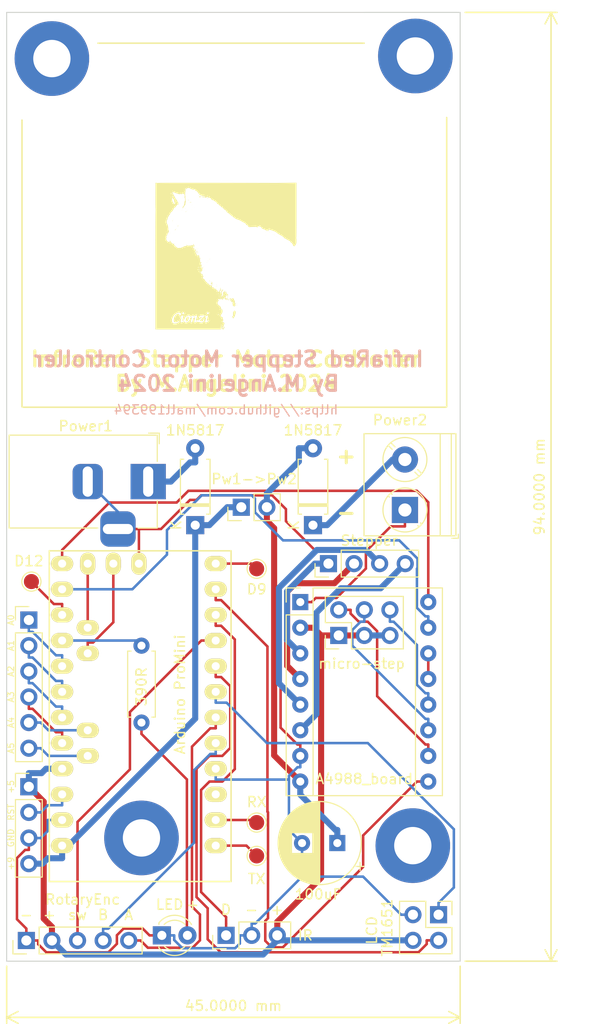
<source format=kicad_pcb>
(kicad_pcb (version 20211014) (generator pcbnew)
  (layers (0 "F.Cu" signal) (31 "B.Cu" signal) (34 "B.Paste" user) (35 "F.Paste" user) (36 "B.SilkS" user "B.Silkscreen") (37 "F.SilkS" user "F.Silkscreen") (38 "B.Mask" user) (39 "F.Mask" user) (44 "Edge.Cuts" user))
  (net 0 "")
  (net 1 "GND")
  (net 2 "+5V")
  (net 3 "Net-(A1-Pad3)")
  (net 4 "Net-(A1-Pad4)")
  (net 5 "Net-(A1-Pad5)")
  (net 6 "Net-(A1-Pad6)")
  (net 7 "+12V")
  (net 8 "ENABLE")
  (net 9 "Net-(A1-Pad10)")
  (net 10 "Net-(A1-Pad11)")
  (net 11 "Net-(A1-Pad12)")
  (net 12 "Net-(A1-Pad13)")
  (net 13 "STEP")
  (net 14 "DIR")
  (net 15 "Net-(D1-Pad1)")
  (net 16 "Net-(D2-Pad2)")
  (net 17 "Net-(D3-Pad1)")
  (net 18 "+9V")
  (net 19 "Net-(IC1-Pad1)")
  (net 20 "Net-(IC1-Pad2)")
  (net 22 "Net-(IC1-Pad5)")
  (net 23 "Net-(IC1-Pad6)")
  (net 24 "Net-(IC1-Pad7)")
  (net 25 "Net-(IC1-Pad8)")
  (net 26 "Net-(IC1-Pad9)")
  (net 27 "Net-(IC1-Pad10)")
  (net 28 "Net-(IC1-Pad12)")
  (net 29 "Net-(IC1-Pad15)")
  (net 30 "Net-(IC1-Pad16)")
  (net 31 "Net-(IC1-Pad17)")
  (net 32 "Net-(IC1-Pad18)")
  (net 33 "Net-(IC1-Pad19)")
  (net 34 "Net-(IC1-Pad20)")
  (net 35 "RST")
  (net 36 "Net-(IC1-Pad25)")
  (net 37 "Net-(IC1-Pad26)")
  (net 38 "unconnected-(IC1-Pad27)")
  (net 39 "unconnected-(IC1-Pad28)")
  (footprint "Connector_PinHeader_2.54mm:PinHeader_1x05_P2.54mm_Vertical" (layer "F.Cu") (at 91.953 107.95 90)
    (fp_text reference "J1")
    (fp_text value "RotaryEnc" (at 4.064 5.583 180) (layer "F.SilkS"))
    (pad "1" thru_hole rect (at 0 0 90) (size 1.7 1.7) (drill 1) (layers *.Cu *.Mask) (net 1 "GND"))
    (pad "2" thru_hole oval (at 0 2.54 90) (size 1.7 1.7) (drill 1) (layers *.Cu *.Mask) (net 2 "+5V"))
    (pad "3" thru_hole oval (at 0 5.08 90) (size 1.7 1.7) (drill 1) (layers *.Cu *.Mask) (net 26 "Net-(IC1-Pad9)"))
    (pad "4" thru_hole oval (at 0 7.62 90) (size 1.7 1.7) (drill 1) (layers *.Cu *.Mask) (net 22 "Net-(IC1-Pad5)"))
    (pad "5" thru_hole oval (at 0 10.16 90) (size 1.7 1.7) (drill 1) (layers *.Cu *.Mask) (net 23 "Net-(IC1-Pad6)"))
  )
  (footprint "TestPoint:TestPoint_Pad_D1.5mm" (layer "F.Cu") (at 114.808 96.266)
    (fp_text reference "TP2")
    (fp_text value "RX" (at 0 -2.032) (layer "F.SilkS"))
    (pad "1" smd circle (at 0 0) (size 1.5 1.5) (layers "F.Cu" "F.Mask") (net 20 "Net-(IC1-Pad2)"))
  )
  (footprint "MountingHole:MountingHole_3.7mm_Pad_TopBottom" (layer "F.Cu") (at 130.556 20.32)
    (fp_text reference "H3")
    (fp_text value "MountingHole")
    (pad "1" connect circle (at 0 0) (size 7.4 7.4) (layers "F.Cu" "F.Mask"))
    (pad "1" connect circle (at 0 0) (size 7.4 7.4) (layers "B.Cu" "B.Mask"))
    (pad "1" thru_hole circle (at 0 0) (size 4.1 4.1) (drill 3.7) (layers *.Cu *.Mask))
  )
  (footprint "MountingHole:MountingHole_3.7mm_Pad_TopBottom" (layer "F.Cu") (at 130.302 98.552)
    (fp_text reference "H4")
    (fp_text value "MountingHole")
    (pad "1" connect circle (at 0 0) (size 7.4 7.4) (layers "F.Cu" "F.Mask"))
    (pad "1" thru_hole circle (at 0 0) (size 4.1 4.1) (drill 3.7) (layers *.Cu *.Mask))
    (pad "1" connect circle (at 0 0) (size 7.4 7.4) (layers "B.Cu" "B.Mask"))
  )
  (footprint "MountingHole:MountingHole_3.7mm_Pad_TopBottom" (layer "F.Cu") (at 94.488 20.574)
    (fp_text reference "H2")
    (fp_text value "MountingHole")
    (pad "1" connect circle (at 0 0) (size 7.4 7.4) (layers "F.Cu" "F.Mask"))
    (pad "1" thru_hole circle (at 0 0) (size 4.1 4.1) (drill 3.7) (layers *.Cu *.Mask))
    (pad "1" connect circle (at 0 0) (size 7.4 7.4) (layers "B.Cu" "B.Mask"))
  )
  (footprint "Connector_PinHeader_2.54mm:PinHeader_1x04_P2.54mm_Vertical" (layer "F.Cu") (at 121.93 70.612 90)
    (fp_text reference "J5")
    (fp_text value "Stepper" (at 2.286 4.054 180) (layer "F.SilkS"))
    (pad "1" thru_hole rect (at 0 0 90) (size 1.7 1.7) (drill 1) (layers *.Cu *.Mask) (net 3 "Net-(A1-Pad3)"))
    (pad "2" thru_hole oval (at 0 2.54 90) (size 1.7 1.7) (drill 1) (layers *.Cu *.Mask) (net 4 "Net-(A1-Pad4)"))
    (pad "3" thru_hole oval (at 0 5.08 90) (size 1.7 1.7) (drill 1) (layers *.Cu *.Mask) (net 5 "Net-(A1-Pad5)"))
    (pad "4" thru_hole oval (at 0 7.62 90) (size 1.7 1.7) (drill 1) (layers *.Cu *.Mask) (net 6 "Net-(A1-Pad6)"))
  )
  (footprint "Diode_THT:D_A-405_P7.62mm_Horizontal" (layer "F.Cu") (at 120.396 66.802 90)
    (fp_text reference "D1")
    (fp_text value "1N5817" (at 9.398 0 180) (layer "F.SilkS"))
    (fp_text user "K" (at 0 -1.9 90) (layer "F.SilkS"))
    (pad "1" thru_hole rect (at 0 0 90) (size 1.8 1.8) (drill 0.9) (layers *.Cu *.Mask) (net 15 "Net-(D1-Pad1)"))
    (pad "2" thru_hole oval (at 7.62 0 90) (size 1.8 1.8) (drill 0.9) (layers *.Cu *.Mask) (net 7 "+12V"))
  )
  (footprint "Connector_PinHeader_2.54mm:PinHeader_1x02_P2.54mm_Vertical" (layer "F.Cu") (at 113.279 65.024 90)
    (fp_text reference "J3")
    (fp_text value "Pw1->Pw2" (at 2.794 1.275) (layer "F.SilkS"))
    (pad "1" thru_hole rect (at 0 0 90) (size 1.7 1.7) (drill 1) (layers *.Cu *.Mask) (net 18 "+9V"))
    (pad "2" thru_hole oval (at 0 2.54 90) (size 1.7 1.7) (drill 1) (layers *.Cu *.Mask) (net 7 "+12V"))
  )
  (footprint "TerminalBlock_Phoenix:TerminalBlock_Phoenix_PT-1,5-2-5.0-H_1x02_P5.00mm_Horizontal" (layer "F.Cu") (at 129.52 65.298 90)
    (fp_text reference "J2")
    (fp_text value "Power2" (at 8.91 -0.488 180) (layer "F.SilkS"))
    (pad "1" thru_hole rect (at 0 0 90) (size 2.6 2.6) (drill 1.3) (layers *.Cu *.Mask) (net 1 "GND"))
    (pad "2" thru_hole circle (at 5 0 90) (size 2.6 2.6) (drill 1.3) (layers *.Cu *.Mask) (net 15 "Net-(D1-Pad1)"))
  )
  (footprint "MountingHole:MountingHole_3.7mm_Pad_TopBottom" (layer "F.Cu") (at 103.378 97.79)
    (fp_text reference "H1")
    (fp_text value "MountingHole")
    (pad "1" connect circle (at 0 0) (size 7.4 7.4) (layers "F.Cu" "F.Mask"))
    (pad "1" thru_hole circle (at 0 0) (size 4.1 4.1) (drill 3.7) (layers *.Cu *.Mask))
    (pad "1" connect circle (at 0 0) (size 7.4 7.4) (layers "B.Cu" "B.Mask"))
  )
  (footprint "Connector_PinHeader_2.54mm:PinHeader_1x04_P2.54mm_Vertical" (layer "F.Cu") (at 92.202 92.72)
    (fp_text reference "J10")
    (fp_text value "Power_pins")
    (pad "1" thru_hole rect (at 0 0) (size 1.7 1.7) (drill 1) (layers *.Cu *.Mask) (net 2 "+5V"))
    (pad "2" thru_hole oval (at 0 2.54) (size 1.7 1.7) (drill 1) (layers *.Cu *.Mask) (net 35 "RST"))
    (pad "3" thru_hole oval (at 0 5.08) (size 1.7 1.7) (drill 1) (layers *.Cu *.Mask) (net 1 "GND"))
    (pad "4" thru_hole oval (at 0 7.62) (size 1.7 1.7) (drill 1) (layers *.Cu *.Mask) (net 18 "+9V"))
  )
  (footprint "arduino:pro_mini" (layer "F.Cu") (at 103.124 84.582 90)
    (fp_text reference "IC1")
    (fp_text value "ArduinoProMini" hide)
    (pad "1" thru_hole oval (at -13.97 7.62 90) (size 1.50114 2.19964) (drill 0.8001) (layers *.Cu *.Mask "F.SilkS") (net 19 "Net-(IC1-Pad1)"))
    (pad "2" thru_hole oval (at -11.43 7.62 90) (size 1.50114 2.19964) (drill 0.8001) (layers *.Cu *.Mask "F.SilkS") (net 20 "Net-(IC1-Pad2)"))
    (pad "3" thru_hole oval (at -8.89 7.62 90) (size 1.50114 2.19964) (drill 0.8001) (layers *.Cu *.Mask "F.SilkS"))
    (pad "4" thru_hole oval (at -6.35 7.62 90) (size 1.50114 2.19964) (drill 0.8001) (layers *.Cu *.Mask "F.SilkS") (net 1 "GND"))
    (pad "5" thru_hole oval (at -3.81 7.62 90) (size 1.50114 2.19964) (drill 0.8001) (layers *.Cu *.Mask "F.SilkS") (net 22 "Net-(IC1-Pad5)"))
    (pad "6" thru_hole oval (at -1.27 7.62 90) (size 1.50114 2.19964) (drill 0.8001) (layers *.Cu *.Mask "F.SilkS") (net 23 "Net-(IC1-Pad6)"))
    (pad "7" thru_hole oval (at 1.27 7.62 90) (size 1.50114 2.19964) (drill 0.8001) (layers *.Cu *.Mask "F.SilkS") (net 24 "Net-(IC1-Pad7)"))
    (pad "8" thru_hole oval (at 3.81 7.62 90) (size 1.50114 2.19964) (drill 0.8001) (layers *.Cu *.Mask "F.SilkS") (net 25 "Net-(IC1-Pad8)"))
    (pad "9" thru_hole oval (at 6.35 7.62 90) (size 1.50114 2.19964) (drill 0.8001) (layers *.Cu *.Mask "F.SilkS") (net 26 "Net-(IC1-Pad9)"))
    (pad "10" thru_hole oval (at 8.89 7.62 90) (size 1.50114 2.19964) (drill 0.8001) (layers *.Cu *.Mask "F.SilkS") (net 27 "Net-(IC1-Pad10)"))
    (pad "11" thru_hole oval (at 11.43 7.62 90) (size 1.50114 2.19964) (drill 0.8001) (layers *.Cu *.Mask "F.SilkS") (net 8 "ENABLE"))
    (pad "12" thru_hole oval (at 13.97 7.62 90) (size 1.50114 2.19964) (drill 0.8001) (layers *.Cu *.Mask "F.SilkS") (net 28 "Net-(IC1-Pad12)"))
    (pad "13" thru_hole oval (at 13.97 -7.62 90) (size 1.50114 2.19964) (drill 0.8001) (layers *.Cu *.Mask "F.SilkS") (net 14 "DIR"))
    (pad "14" thru_hole oval (at 11.43 -7.62 90) (size 1.50114 2.19964) (drill 0.8001) (layers *.Cu *.Mask "F.SilkS") (net 13 "STEP"))
    (pad "15" thru_hole oval (at 8.89 -7.62 90) (size 1.50114 2.19964) (drill 0.8001) (layers *.Cu *.Mask "F.SilkS") (net 29 "Net-(IC1-Pad15)"))
    (pad "16" thru_hole oval (at 6.35 -7.62 90) (size 1.50114 2.19964) (drill 0.8001) (layers *.Cu *.Mask "F.SilkS") (net 30 "Net-(IC1-Pad16)"))
    (pad "17" thru_hole oval (at 3.81 -7.62 90) (size 1.50114 2.19964) (drill 0.8001) (layers *.Cu *.Mask "F.SilkS") (net 31 "Net-(IC1-Pad17)"))
    (pad "18" thru_hole oval (at 1.27 -7.62 90) (size 1.50114 2.19964) (drill 0.8001) (layers *.Cu *.Mask "F.SilkS") (net 32 "Net-(IC1-Pad18)"))
    (pad "19" thru_hole oval (at -1.27 -7.62 90) (size 1.50114 2.19964) (drill 0.8001) (layers *.Cu *.Mask "F.SilkS") (net 33 "Net-(IC1-Pad19)"))
    (pad "20" thru_hole oval (at -3.81 -7.62 90) (size 1.50114 2.19964) (drill 0.8001) (layers *.Cu *.Mask "F.SilkS") (net 34 "Net-(IC1-Pad20)"))
    (pad "21" thru_hole oval (at -6.35 -7.62 90) (size 1.50114 2.19964) (drill 0.8001) (layers *.Cu *.Mask "F.SilkS") (net 2 "+5V"))
    (pad "22" thru_hole oval (at -8.89 -7.62 90) (size 1.50114 2.19964) (drill 0.8001) (layers *.Cu *.Mask "F.SilkS") (net 35 "RST"))
    (pad "23" thru_hole oval (at -11.43 -7.62 90) (size 1.50114 2.19964) (drill 0.8001) (layers *.Cu *.Mask "F.SilkS") (net 1 "GND"))
    (pad "24" thru_hole oval (at -13.97 -7.62 90) (size 1.50114 2.19964) (drill 0.8001) (layers *.Cu *.Mask "F.SilkS") (net 18 "+9V"))
    (pad "25" thru_hole oval (at -2.54 -5.08 90) (size 1.50114 2.19964) (drill 0.8001) (layers *.Cu *.Mask "F.SilkS") (net 36 "Net-(IC1-Pad25)"))
    (pad "26" thru_hole oval (at -5.08 -5.08 90) (size 1.50114 2.19964) (drill 0.8001) (layers *.Cu *.Mask "F.SilkS") (net 37 "Net-(IC1-Pad26)"))
    (pad "27" thru_hole oval (at 13.97 -5.08 90) (size 2.19964 1.50114) (drill 0.8001) (layers *.Cu *.Mask "F.SilkS") (net 38 "unconnected-(IC1-Pad27)"))
    (pad "27" thru_hole oval (at 7.62 -5.08 90) (size 1.50114 2.19964) (drill 0.8001) (layers *.Cu *.Mask "F.SilkS") (net 38 "unconnected-(IC1-Pad27)"))
    (pad "28" thru_hole oval (at 13.97 -2.54 90) (size 2.19964 1.50114) (drill 0.8001) (layers *.Cu *.Mask "F.SilkS") (net 39 "unconnected-(IC1-Pad28)"))
    (pad "28" thru_hole oval (at 5.08 -5.08 90) (size 1.50114 2.19964) (drill 0.8001) (layers *.Cu *.Mask "F.SilkS") (net 39 "unconnected-(IC1-Pad28)"))
    (pad "29" thru_hole oval (at 13.97 0 90) (size 2.19964 1.50114) (drill 0.8001) (layers *.Cu *.Mask "F.SilkS") (net 1 "GND"))
  )
  (footprint "Connector_PinHeader_2.54mm:PinHeader_1x03_P2.54mm_Vertical" (layer "F.Cu") (at 111.775 107.442 90)
    (fp_text reference "J4")
    (fp_text value "IR" (at 0 7.859 180) (layer "F.SilkS"))
    (pad "1" thru_hole rect (at 0 0 90) (size 1.7 1.7) (drill 1) (layers *.Cu *.Mask) (net 27 "Net-(IC1-Pad10)"))
    (pad "2" thru_hole oval (at 0 2.54 90) (size 1.7 1.7) (drill 1) (layers *.Cu *.Mask) (net 1 "GND"))
    (pad "3" thru_hole oval (at 0 5.08 90) (size 1.7 1.7) (drill 1) (layers *.Cu *.Mask) (net 2 "+5V"))
  )
  (footprint "TestPoint:TestPoint_Pad_D1.5mm" (layer "F.Cu") (at 92.456 72.39)
    (fp_text reference "TP1")
    (fp_text value "D12" (at -0.254 -2.032) (layer "F.SilkS"))
    (pad "1" smd circle (at 0 0) (size 1.5 1.5) (layers "F.Cu" "F.Mask") (net 29 "Net-(IC1-Pad15)"))
  )
  (footprint "Connector_PinHeader_2.54mm:PinHeader_2x02_P2.54mm_Vertical" (layer "F.Cu") (at 132.857 105.395 -90)
    (fp_text reference "J7")
    (fp_text value "LCD" (at 1.539 6.619 -90) (layer "F.SilkS"))
    (pad "1" thru_hole rect (at 0 0 270) (size 1.7 1.7) (drill 1) (layers *.Cu *.Mask) (net 24 "Net-(IC1-Pad7)"))
    (pad "2" thru_hole oval (at 2.54 0 270) (size 1.7 1.7) (drill 1) (layers *.Cu *.Mask) (net 25 "Net-(IC1-Pad8)"))
    (pad "3" thru_hole oval (at 0 2.54 270) (size 1.7 1.7) (drill 1) (layers *.Cu *.Mask) (net 1 "GND"))
    (pad "4" thru_hole oval (at 2.54 2.54 270) (size 1.7 1.7) (drill 1) (layers *.Cu *.Mask) (net 2 "+5V"))
  )
  (footprint "Connector_BarrelJack:BarrelJack_Horizontal" (layer "F.Cu") (at 104.044 62.484)
    (fp_text reference "J6")
    (fp_text value "Power1" (at -6.2 -5.5) (layer "F.SilkS"))
    (pad "1" thru_hole rect (at 0 0) (size 3.5 3.5) (drill oval 1 3) (layers *.Cu *.Mask) (net 17 "Net-(D3-Pad1)"))
    (pad "2" thru_hole roundrect (at -6 0) (size 3 3.5) (drill oval 1 3) (layers *.Cu *.Mask) (net 1 "GND"))
    (pad "3" thru_hole roundrect (at -3 4.7) (size 3.5 3.5) (drill oval 3 1) (layers *.Cu *.Mask) (net 1 "GND"))
  )
  (footprint "Module:Pololu_Breakout-16_15.2x20.3mm" (layer "F.Cu") (at 119.136 74.422)
    (fp_text reference "A1")
    (fp_text value "A4988_board" (at 6.34 17.526) (layer "F.SilkS"))
    (pad "1" thru_hole rect (at 0 0) (size 1.6 1.6) (drill 0.8) (layers *.Cu *.Mask) (net 1 "GND"))
    (pad "2" thru_hole oval (at 0 2.54) (size 1.6 1.6) (drill 0.8) (layers *.Cu *.Mask) (net 2 "+5V"))
    (pad "3" thru_hole oval (at 0 5.08) (size 1.6 1.6) (drill 0.8) (layers *.Cu *.Mask) (net 3 "Net-(A1-Pad3)"))
    (pad "4" thru_hole oval (at 0 7.62) (size 1.6 1.6) (drill 0.8) (layers *.Cu *.Mask) (net 4 "Net-(A1-Pad4)"))
    (pad "5" thru_hole oval (at 0 10.16) (size 1.6 1.6) (drill 0.8) (layers *.Cu *.Mask) (net 5 "Net-(A1-Pad5)"))
    (pad "6" thru_hole oval (at 0 12.7) (size 1.6 1.6) (drill 0.8) (layers *.Cu *.Mask) (net 6 "Net-(A1-Pad6)"))
    (pad "7" thru_hole oval (at 0 15.24) (size 1.6 1.6) (drill 0.8) (layers *.Cu *.Mask) (net 1 "GND"))
    (pad "8" thru_hole oval (at 0 17.78) (size 1.6 1.6) (drill 0.8) (layers *.Cu *.Mask) (net 7 "+12V"))
    (pad "9" thru_hole oval (at 12.7 17.78) (size 1.6 1.6) (drill 0.8) (layers *.Cu *.Mask) (net 8 "ENABLE"))
    (pad "10" thru_hole oval (at 12.7 15.24) (size 1.6 1.6) (drill 0.8) (layers *.Cu *.Mask) (net 9 "Net-(A1-Pad10)"))
    (pad "11" thru_hole oval (at 12.7 12.7) (size 1.6 1.6) (drill 0.8) (layers *.Cu *.Mask) (net 10 "Net-(A1-Pad11)"))
    (pad "12" thru_hole oval (at 12.7 10.16) (size 1.6 1.6) (drill 0.8) (layers *.Cu *.Mask) (net 11 "Net-(A1-Pad12)"))
    (pad "13" thru_hole oval (at 12.7 7.62) (size 1.6 1.6) (drill 0.8) (layers *.Cu *.Mask) (net 12 "Net-(A1-Pad13)"))
    (pad "14" thru_hole oval (at 12.7 5.08) (size 1.6 1.6) (drill 0.8) (layers *.Cu *.Mask) (net 12 "Net-(A1-Pad13)"))
    (pad "15" thru_hole oval (at 12.7 2.54) (size 1.6 1.6) (drill 0.8) (layers *.Cu *.Mask) (net 13 "STEP"))
    (pad "16" thru_hole oval (at 12.7 0) (size 1.6 1.6) (drill 0.8) (layers *.Cu *.Mask) (net 14 "DIR"))
  )
  (footprint "Connector_PinHeader_2.54mm:PinHeader_1x06_P2.54mm_Vertical" (layer "F.Cu") (at 92.202 76.2)
    (fp_text reference "J9")
    (fp_text value "Analog_Pins")
    (pad "1" thru_hole rect (at 0 0) (size 1.7 1.7) (drill 1) (layers *.Cu *.Mask) (net 31 "Net-(IC1-Pad17)"))
    (pad "2" thru_hole oval (at 0 2.54) (size 1.7 1.7) (drill 1) (layers *.Cu *.Mask) (net 32 "Net-(IC1-Pad18)"))
    (pad "3" thru_hole oval (at 0 5.08) (size 1.7 1.7) (drill 1) (layers *.Cu *.Mask) (net 33 "Net-(IC1-Pad19)"))
    (pad "4" thru_hole oval (at 0 7.62) (size 1.7 1.7) (drill 1) (layers *.Cu *.Mask) (net 34 "Net-(IC1-Pad20)"))
    (pad "5" thru_hole oval (at 0 10.16) (size 1.7 1.7) (drill 1) (layers *.Cu *.Mask) (net 36 "Net-(IC1-Pad25)"))
    (pad "6" thru_hole oval (at 0 12.7) (size 1.7 1.7) (drill 1) (layers *.Cu *.Mask) (net 37 "Net-(IC1-Pad26)"))
  )
  (footprint "TestPoint:TestPoint_Pad_D1.5mm" (layer "F.Cu") (at 114.808 99.568)
    (fp_text reference "TP3")
    (fp_text value "TX" (at 0 2.286) (layer "F.SilkS"))
    (pad "1" smd circle (at 0 0) (size 1.5 1.5) (layers "F.Cu" "F.Mask") (net 19 "Net-(IC1-Pad1)"))
  )
  (footprint "TestPoint:TestPoint_Pad_D1.5mm" (layer "F.Cu") (at 114.808 71.12)
    (fp_text reference "TP4")
    (fp_text value "D9" (at 0 2.032) (layer "F.SilkS"))
    (pad "1" smd circle (at 0 0) (size 1.5 1.5) (layers "F.Cu" "F.Mask") (net 28 "Net-(IC1-Pad12)"))
  )
  (footprint "Connector_PinHeader_2.54mm:PinHeader_2x03_P2.54mm_Vertical" (layer "F.Cu") (at 122.951 77.729 90)
    (fp_text reference "J8")
    (fp_text value "micro-step" (at -2.789 2.271 180) (layer "F.SilkS"))
    (pad "1" thru_hole rect (at 0 0 90) (size 1.7 1.7) (drill 1) (layers *.Cu *.Mask) (net 2 "+5V"))
    (pad "2" thru_hole oval (at 2.54 0 90) (size 1.7 1.7) (drill 1) (layers *.Cu *.Mask) (net 9 "Net-(A1-Pad10)"))
    (pad "3" thru_hole oval (at 0 2.54 90) (size 1.7 1.7) (drill 1) (layers *.Cu *.Mask) (net 2 "+5V"))
    (pad "4" thru_hole oval (at 2.54 2.54 90) (size 1.7 1.7) (drill 1) (layers *.Cu *.Mask) (net 10 "Net-(A1-Pad11)"))
    (pad "5" thru_hole oval (at 0 5.08 90) (size 1.7 1.7) (drill 1) (layers *.Cu *.Mask) (net 2 "+5V"))
    (pad "6" thru_hole oval (at 2.54 5.08 90) (size 1.7 1.7) (drill 1) (layers *.Cu *.Mask) (net 11 "Net-(A1-Pad12)"))
  )
  (footprint "Resistor_THT:R_Axial_DIN0207_L6.3mm_D2.5mm_P7.62mm_Horizontal" (layer "F.Cu") (at 103.378 78.74 -90)
    (fp_text reference "R1")
    (fp_text value "390R" (at 4.064 0 90) (layer "F.SilkS"))
    (pad "1" thru_hole circle (at 0 0 270) (size 1.6 1.6) (drill 0.8) (layers *.Cu *.Mask) (net 30 "Net-(IC1-Pad16)"))
    (pad "2" thru_hole oval (at 7.62 0 270) (size 1.6 1.6) (drill 0.8) (layers *.Cu *.Mask) (net 16 "Net-(D2-Pad2)"))
  )
  (footprint "Capacitor_THT:CP_Radial_D8.0mm_P3.50mm" (layer "F.Cu") (at 122.8107 98.298 180)
    (fp_text reference "C1")
    (fp_text value "100uF" (at 1.906651 -5.08) (layer "F.SilkS"))
    (pad "1" thru_hole rect (at 0 0 180) (size 1.6 1.6) (drill 0.8) (layers *.Cu *.Mask) (net 7 "+12V"))
    (pad "2" thru_hole circle (at 3.5 0 180) (size 1.6 1.6) (drill 0.8) (layers *.Cu *.Mask) (net 1 "GND"))
  )
  (footprint "Diode_THT:D_A-405_P7.62mm_Horizontal" (layer "F.Cu") (at 108.712 66.802 90)
    (fp_text reference "D3")
    (fp_text value "1N5817" (at 9.398 0 180) (layer "F.SilkS"))
    (fp_text user "K" (at 0 -1.9 90) (layer "F.SilkS"))
    (pad "1" thru_hole oval (at 7.62 0 90) (size 1.8 1.8) (drill 0.9) (layers *.Cu *.Mask) (net 17 "Net-(D3-Pad1)"))
    (pad "2" thru_hole rect (at 0 0 90) (size 1.8 1.8) (drill 0.9) (layers *.Cu *.Mask) (net 18 "+9V"))
  )
  (footprint "graphics:cionzi" (layer "F.Cu") (at 111.76 40.132)
    (fp_text reference " " (at 0 0) (layer "F.SilkS") (effects (font (size 1.524 1.524) (thickness 0.3))))
    (fp_text value "LOGO" hide)
  )
  (footprint "LED_THT:LED_D3.0mm" (layer "F.Cu") (at 105.4 107.442)
    (fp_text reference "D2")
    (fp_text value "LED" (at 0.772 -3.048) (layer "F.SilkS"))
    (pad "1" thru_hole rect (at 0 0) (size 1.8 1.8) (drill 0.9) (layers *.Cu *.Mask) (net 1 "GND"))
    (pad "2" thru_hole circle (at 2.54 0) (size 1.8 1.8) (drill 0.9) (layers *.Cu *.Mask) (net 16 "Net-(D2-Pad2)"))
  )
  (gr_line (start 133.662 26.416) (end 133.662 55.078) (layer "F.SilkS") (width 0.15))
  (gr_line (start 91.522 26.67) (end 91.522 55.084) (layer "F.SilkS") (width 0.15))
  (gr_line (start 99.06 19.05) (end 125.476 19.05) (layer "F.SilkS") (width 0.15))
  (gr_line (start 91.604 55.118) (end 133.604 55.118) (layer "F.SilkS") (width 0.15))
  (gr_line (start 90 16.002) (end 135 16) (layer "Edge.Cuts") (width 0.1))
  (gr_line (start 90 110) (end 135 110) (layer "Edge.Cuts") (width 0.1))
  (gr_line (start 135 110) (end 135 16) (layer "Edge.Cuts") (width 0.1))
  (gr_line (start 90 110) (end 90 16.002) (layer "Edge.Cuts") (width 0.1))
  (gr_text "https://github.com/matt199394" (at 111.76 55.372) (layer "B.SilkS") (effects (font (size 0.9 0.9) (thickness 0.13)) (justify mirror)))
  (gr_text "InfraRed Stepper Motor Controller\nBy M.Angelini 2024" (at 112.014 51.562) (layer "B.SilkS") (effects (font (size 1.5 1.5) (thickness 0.3)) (justify mirror)))
  (gr_text "A1" (at 90.424 78.74 90) (layer "F.SilkS") (effects (font (size 0.6 0.6) (thickness 0.1))))
  (gr_text "D" (at 111.76 104.902) (layer "F.SilkS") (effects (font (size 1 1))))
  (gr_text "A5" (at 90.424 88.9 90) (layer "F.SilkS") (effects (font (size 0.6 0.6) (thickness 0.1))))
  (gr_text "A3" (at 90.424 83.82 90) (layer "F.SilkS") (effects (font (size 0.6 0.6) (thickness 0.1))))
  (gr_text "TM1651" (at 127.762 106.68 90) (layer "F.SilkS") (effects (font (size 1 1))))
  (gr_text "B" (at 99.568 105.41) (layer "F.SilkS") (effects (font (size 1 1))))
  (gr_text "+" (at 123.698 59.944) (layer "F.SilkS") (effects (font (size 1.5 1.5) (thickness 0.3))))
  (gr_text "+" (at 94.234 105.41) (layer "F.SilkS") (effects (font (size 1 1))))
  (gr_text "-" (at 114.3 104.902) (layer "F.SilkS") (effects (font (size 1 1))))
  (gr_text "-" (at 91.948 105.41) (layer "F.SilkS") (effects (font (size 1 1))))
  (gr_text "InfraRed Stepper Motor Controller\nBy M.Angelini 2024" (at 111.76 51.562) (layer "F.SilkS") (effects (font (size 1.5 1.5) (thickness 0.3))))
  (gr_text "RST" (at 90.424 95.25 90) (layer "F.SilkS") (effects (font (size 0.6 0.6) (thickness 0.1))))
  (gr_text "+9" (at 90.424 100.33 90) (layer "F.SilkS") (effects (font (size 0.6 0.6) (thickness 0.1))))
  (gr_text "+" (at 116.84 104.902) (layer "F.SilkS") (effects (font (size 1 1))))
  (gr_text "-" (at 123.698 65.532) (layer "F.SilkS") (effects (font (size 1.5 1.5) (thickness 0.3))))
  (gr_text "sw" (at 97.028 105.41) (layer "F.SilkS") (effects (font (size 1 1))))
  (gr_text "+" (at 108.458 104.394) (layer "F.SilkS") (effects (font (size 1 1))))
  (gr_text "+5" (at 90.424 92.72 90) (layer "F.SilkS") (effects (font (size 0.6 0.6) (thickness 0.1))))
  (gr_text "GND" (at 90.424 97.79 90) (layer "F.SilkS") (effects (font (size 0.6 0.6) (thickness 0.1))))
  (gr_text "Arduino ProMini" (at 107.188 83.566 90) (layer "F.SilkS") (effects (font (size 1 1))))
  (gr_text "A2" (at 90.424 81.28 90) (layer "F.SilkS") (effects (font (size 0.6 0.6) (thickness 0.1))))
  (gr_text "A" (at 102.108 105.41) (layer "F.SilkS") (effects (font (size 1 1))))
  (gr_text "A4" (at 90.424 86.36 90) (layer "F.SilkS") (effects (font (size 0.6 0.6) (thickness 0.1))))
  (gr_text "A0" (at 90.424 76.2 90) (layer "F.SilkS") (effects (font (size 0.6 0.6) (thickness 0.1))))
  (dimension (type aligned) (layer "F.SilkS") (pts (xy 90 110) (xy 135 110)) (height 5.57) (gr_text "45,0000 mm" (at 112.5 114.42) (layer "F.SilkS") (effects (font (size 1 1) (thickness 0.15)))) (format (units 3) (units_format 1) (precision 4)) (style (thickness 0.15) (arrow_length 1.27) (text_position_mode 0) (extension_height 0.58642) (extension_offset 0.5) keep_text_aligned))
  (dimension (type aligned) (layer "F.SilkS") (pts (xy 135 110) (xy 135 16)) (height 9.018) (gr_text "94,0000 mm" (at 142.868 63 90) (layer "F.SilkS") (effects (font (size 1 1) (thickness 0.15)))) (format (units 3) (units_format 1) (precision 4)) (style (thickness 0.15) (arrow_length 1.27) (text_position_mode 0) (extension_height 0.58642) (extension_offset 0.5) keep_text_aligned))
  (segment (start 120.6697 74.0136) (end 122.7326 74.0136) (width 0.25) (layer "F.Cu") (net 1))
  (segment (start 92.202 97.8) (end 92.202 98.9753) (width 0.25) (layer "F.Cu") (net 1))
  (segment (start 119.136 74.422) (end 120.2613 74.422) (width 0.25) (layer "F.Cu") (net 1))
  (segment (start 116.3451 63.8486) (end 117.711 65.2145) (width 0.25) (layer "F.Cu") (net 1))
  (segment (start 117.711 65.2145) (end 117.711 66.4059) (width 0.25) (layer "F.Cu") (net 1))
  (segment (start 125.646 71.1002) (end 125.646 69.3981) (width 0.25) (layer "F.Cu") (net 1))
  (segment (start 100.9376 108.2801) (end 100.0924 109.1253) (width 0.25) (layer "F.Cu") (net 1))
  (segment (start 91.0231 105.8448) (end 91.953 106.7747) (width 0.25) (layer "F.Cu") (net 1))
  (segment (start 103.124 67.184) (end 101.044 67.184) (width 0.25) (layer "F.Cu") (net 1))
  (segment (start 128.1208 66.9233) (end 129.52 66.9233) (width 0.25) (layer "F.Cu") (net 1))
  (segment (start 120.7894 69.4842) (end 117.182 73.0916) (width 0.25) (layer "F.Cu") (net 1))
  (segment (start 120.8755 69.3981) (end 120.7894 69.4842) (width 0.25) (layer "F.Cu") (net 1))
  (segment (start 117.182 73.0916) (end 117.182 86.864) (width 0.25) (layer "F.Cu") (net 1))
  (segment (start 118.8547 88.5367) (end 119.136 88.5367) (width 0.25) (layer "F.Cu") (net 1))
  (segment (start 119.136 89.662) (end 119.136 88.5367) (width 0.25) (layer "F.Cu") (net 1))
  (segment (start 108.1974 64.2989) (end 108.8342 64.2989) (width 0.25) (layer "F.Cu") (net 1))
  (segment (start 91.953 107.95) (end 93.1283 107.95) (width 0.25) (layer "F.Cu") (net 1))
  (segment (start 105.4 107.442) (end 104.1747 107.442) (width 0.25) (layer "F.Cu") (net 1))
  (segment (start 91.8347 98.9753) (end 91.0231 99.7869) (width 0.25) (layer "F.Cu") (net 1))
  (segment (start 104.1747 107.442) (end 103.5073 106.7746) (width 0.25) (layer "F.Cu") (net 1))
  (segment (start 122.7326 74.0136) (end 125.646 71.1002) (width 0.25) (layer "F.Cu") (net 1))
  (segment (start 92.202 98.9753) (end 91.8347 98.9753) (width 0.25) (layer "F.Cu") (net 1))
  (segment (start 93.9362 109.1253) (end 93.1283 108.3174) (width 0.25) (layer "F.Cu") (net 1))
  (segment (start 125.646 69.3981) (end 128.1208 66.9233) (width 0.25) (layer "F.Cu") (net 1))
  (segment (start 117.182 86.864) (end 118.8547 88.5367) (width 0.25) (layer "F.Cu") (net 1))
  (segment (start 103.124 67.184) (end 103.124 70.612) (width 0.25) (layer "F.Cu") (net 1))
  (segment (start 100.0924 109.1253) (end 93.9362 109.1253) (width 0.25) (layer "F.Cu") (net 1))
  (segment (start 117.711 66.4059) (end 120.7894 69.4842) (width 0.25) (layer "F.Cu") (net 1))
  (segment (start 100.9376 107.4346) (end 100.9376 108.2801) (width 0.25) (layer "F.Cu") (net 1))
  (segment (start 120.2613 74.422) (end 120.6697 74.0136) (width 0.25) (layer "F.Cu") (net 1))
  (segment (start 103.5073 106.7746) (end 101.5976 106.7746) (width 0.25) (layer "F.Cu") (net 1))
  (segment (start 93.1283 108.3174) (end 93.1283 107.95) (width 0.25) (layer "F.Cu") (net 1))
  (segment (start 129.52 65.298) (end 129.52 66.9233) (width 0.25) (layer "F.Cu") (net 1))
  (segment (start 101.5976 106.7746) (end 100.9376 107.4346) (width 0.25) (layer "F.Cu") (net 1))
  (segment (start 125.646 69.3981) (end 120.8755 69.3981) (width 0.25) (layer "F.Cu") (net 1))
  (segment (start 109.2845 63.8486) (end 116.3451 63.8486) (width 0.25) (layer "F.Cu") (net 1))
  (segment (start 108.8342 64.2989) (end 109.2845 63.8486) (width 0.25) (layer "F.Cu") (net 1))
  (segment (start 91.0231 99.7869) (end 91.0231 105.8448) (width 0.25) (layer "F.Cu") (net 1))
  (segment (start 105.3123 67.184) (end 108.1974 64.2989) (width 0.25) (layer "F.Cu") (net 1))
  (segment (start 103.124 67.184) (end 105.3123 67.184) (width 0.25) (layer "F.Cu") (net 1))
  (segment (start 91.953 107.95) (end 91.953 106.7747) (width 0.25) (layer "F.Cu") (net 1))
  (segment (start 101.044 65.484) (end 101.044 67.184) (width 0.25) (layer "B.Cu") (net 1))
  (segment (start 118.0107 92.0079) (end 110.744 92.0079) (width 0.25) (layer "B.Cu") (net 1))
  (segment (start 98.044 62.484) (end 101.044 65.484) (width 0.25) (layer "B.Cu") (net 1))
  (segment (start 107.4393 108.7155) (end 112.6742 108.7155) (width 0.25) (layer "B.Cu") (net 1))
  (segment (start 119.3107 98.298) (end 118.0107 96.998) (width 0.25) (layer "B.Cu") (net 1))
  (segment (start 105.4 107.442) (end 106.6253 107.442) (width 0.25) (layer "B.Cu") (net 1))
  (segment (start 114.315 107.442) (end 114.315 106.2667) (width 0.25) (layer "B.Cu") (net 1))
  (segment (start 95.504 96.012) (end 94.0788 96.012) (width 0.25) (layer "B.Cu") (net 1))
  (segment (start 110.744 90.932) (end 110.744 92.0079) (width 0.25) (layer "B.Cu") (net 1))
  (segment (start 118.0107 92.0079) (end 118.0107 91.6312) (width 0.25) (layer "B.Cu") (net 1))
  (segment (start 114.669 106.2667) (end 114.315 106.2667) (width 0.25) (layer "B.Cu") (net 1))
  (segment (start 114.315 107.442) (end 113.1397 107.442) (width 0.25) (layer "B.Cu") (net 1))
  (segment (start 119.136 89.662) (end 119.136 90.7873) (width 0.25) (layer "B.Cu") (net 1))
  (segment (start 118.0107 91.6312) (end 118.8546 90.7873) (width 0.25) (layer "B.Cu") (net 1))
  (segment (start 113.1397 108.25) (end 113.1397 107.442) (width 0.25) (layer "B.Cu") (net 1))
  (segment (start 112.6742 108.7155) (end 113.1397 108.25) (width 0.25) (layer "B.Cu") (net 1))
  (segment (start 130.317 105.395) (end 129.1417 105.395) (width 0.25) (layer "B.Cu") (net 1))
  (segment (start 106.6253 107.442) (end 106.6253 107.9015) (width 0.25) (layer "B.Cu") (net 1))
  (segment (start 119.3107 98.298) (end 119.3107 101.625) (width 0.25) (layer "B.Cu") (net 1))
  (segment (start 92.202 97.8) (end 93.3773 97.8) (width 0.25) (layer "B.Cu") (net 1))
  (segment (start 125.3717 101.625) (end 119.3107 101.625) (width 0.25) (layer "B.Cu") (net 1))
  (segment (start 118.0107 96.998) (end 118.0107 92.0079) (width 0.25) (layer "B.Cu") (net 1))
  (segment (start 119.3107 101.625) (end 114.669 106.2667) (width 0.25) (layer "B.Cu") (net 1))
  (segment (start 129.1417 105.395) (end 125.3717 101.625) (width 0.25) (layer "B.Cu") (net 1))
  (segment (start 118.8546 90.7873) (end 119.136 90.7873) (width 0.25) (layer "B.Cu") (net 1))
  (segment (start 106.6253 107.9015) (end 107.4393 108.7155) (width 0.25) (layer "B.Cu") (net 1))
  (segment (start 93.3773 97.8) (end 94.0788 97.0985) (width 0.25) (layer "B.Cu") (net 1))
  (segment (start 94.0788 97.0985) (end 94.0788 96.012) (width 0.25) (layer "B.Cu") (net 1))
  (segment (start 92.202 92.72) (end 93.6765 94.1945) (width 0.6) (layer "F.Cu") (net 2))
  (segment (start 93.6765 105.7832) (end 94.493 106.5997) (width 0.6) (layer "F.Cu") (net 2))
  (segment (start 122.951 77.729) (end 121.2033 77.729) (width 0.6) (layer "F.Cu") (net 2))
  (segment (start 119.136 76.962) (end 120.4363 76.962) (width 0.6) (layer "F.Cu") (net 2))
  (segment (start 116.855 106.0917) (end 121.2033 101.7434) (width 0.6) (layer "F.Cu") (net 2))
  (segment (start 116.855 107.442) (end 116.855 106.0917) (width 0.6) (layer "F.Cu") (net 2))
  (segment (start 121.2033 101.7434) (end 121.2033 77.729) (width 0.6) (layer "F.Cu") (net 2))
  (segment (start 93.6765 94.1945) (end 93.6765 105.7832) (width 0.6) (layer "F.Cu") (net 2))
  (segment (start 121.2033 77.729) (end 120.4363 76.962) (width 0.6) (layer "F.Cu") (net 2))
  (segment (start 125.491 77.729) (end 122.951 77.729) (width 0.6) (layer "F.Cu") (net 2))
  (segment (start 94.493 107.95) (end 94.493 106.5997) (width 0.6) (layer "F.Cu") (net 2))
  (segment (start 116.855 107.442) (end 116.855 107.935) (width 0.6) (layer "B.Cu") (net 2))
  (segment (start 128.031 77.729) (end 125.491 77.729) (width 0.6) (layer "B.Cu") (net 2))
  (segment (start 95.8839 109.3409) (end 94.493 107.95) (width 0.6) (layer "B.Cu") (net 2))
  (segment (start 130.317 107.935) (end 128.9667 107.935) (width 0.6) (layer "B.Cu") (net 2))
  (segment (start 116.855 107.935) (end 115.4491 109.3409) (width 0.6) (layer "B.Cu") (net 2))
  (segment (start 92.202 92.72) (end 92.202 91.3697) (width 0.6) (layer "B.Cu") (net 2))
  (segment (start 115.4491 109.3409) (end 95.8839 109.3409) (width 0.6) (layer "B.Cu") (net 2))
  (segment (start 116.855 107.935) (end 128.9667 107.935) (width 0.6) (layer "B.Cu") (net 2))
  (segment (start 93.9038 90.932) (end 93.4661 91.3697) (width 0.6) (layer "B.Cu") (net 2))
  (segment (start 93.4661 91.3697) (end 92.202 91.3697) (width 0.6) (layer "B.Cu") (net 2))
  (segment (start 95.504 90.932) (end 93.9038 90.932) (width 0.6) (layer "B.Cu") (net 2))
  (segment (start 121.93 70.612) (end 120.5797 70.612) (width 0.6) (layer "B.Cu") (net 3))
  (segment (start 117.8204 73.3713) (end 120.5797 70.612) (width 0.6) (layer "B.Cu") (net 3))
  (segment (start 117.8204 78.1864) (end 117.8204 73.3713) (width 0.6) (layer "B.Cu") (net 3))
  (segment (start 119.136 79.502) (end 117.8204 78.1864) (width 0.6) (layer "B.Cu") (net 3))
  (segment (start 118.6756 72.5555) (end 122.5265 72.5555) (width 0.6) (layer "F.Cu") (net 4))
  (segment (start 119.136 82.042) (end 117.8356 80.7416) (width 0.6) (layer "F.Cu") (net 4))
  (segment (start 117.8356 73.3955) (end 118.6756 72.5555) (width 0.6) (layer "F.Cu") (net 4))
  (segment (start 117.8356 80.7416) (end 117.8356 73.3955) (width 0.6) (layer "F.Cu") (net 4))
  (segment (start 122.5265 72.5555) (end 124.47 70.612) (width 0.6) (layer "F.Cu") (net 4))
  (segment (start 127.01 70.612) (end 125.6546 69.2566) (width 0.6) (layer "B.Cu") (net 5))
  (segment (start 120.7809 69.2566) (end 117.02 73.0175) (width 0.6) (layer "B.Cu") (net 5))
  (segment (start 117.02 73.0175) (end 117.02 82.466) (width 0.6) (layer "B.Cu") (net 5))
  (segment (start 125.6546 69.2566) (end 120.7809 69.2566) (width 0.6) (layer "B.Cu") (net 5))
  (segment (start 117.02 82.466) (end 119.136 84.582) (width 0.6) (layer "B.Cu") (net 5))
  (segment (start 129.55 70.612) (end 127.1105 73.0515) (width 0.6) (layer "B.Cu") (net 6))
  (segment (start 127.1105 73.0515) (end 123.1566 73.0515) (width 0.6) (layer "B.Cu") (net 6))
  (segment (start 123.1566 73.0515) (end 120.7355 75.4726) (width 0.6) (layer "B.Cu") (net 6))
  (segment (start 120.7355 85.5225) (end 119.136 87.122) (width 0.6) (layer "B.Cu") (net 6))
  (segment (start 120.7355 75.4726) (end 120.7355 85.5225) (width 0.6) (layer "B.Cu") (net 6))
  (segment (start 119.136 92.202) (end 116.5406 89.6066) (width 0.6) (layer "F.Cu") (net 7))
  (segment (start 115.819 65.024) (end 115.819 66.3743) (width 0.6) (layer "F.Cu") (net 7))
  (segment (start 116.5406 89.6066) (end 116.5406 67.0959) (width 0.6) (layer "F.Cu") (net 7))
  (segment (start 116.5406 67.0959) (end 115.819 66.3743) (width 0.6) (layer "F.Cu") (net 7))
  (segment (start 122.8107 96.9977) (end 122.6314 96.9977) (width 0.6) (layer "B.Cu") (net 7))
  (segment (start 120.396 59.182) (end 118.9957 59.182) (width 0.6) (layer "B.Cu") (net 7))
  (segment (start 122.8107 98.298) (end 122.8107 96.9977) (width 0.6) (layer "B.Cu") (net 7))
  (segment (start 118.9957 60.497) (end 118.9957 59.182) (width 0.6) (layer "B.Cu") (net 7))
  (segment (start 119.136 92.202) (end 119.136 93.5023) (width 0.6) (layer "B.Cu") (net 7))
  (segment (start 115.819 65.024) (end 115.819 63.6737) (width 0.6) (layer "B.Cu") (net 7))
  (segment (start 115.819 63.6737) (end 118.9957 60.497) (width 0.6) (layer "B.Cu") (net 7))
  (segment (start 122.6314 96.9977) (end 119.136 93.5023) (width 0.6) (layer "B.Cu") (net 7))
  (segment (start 115.8772 78.8232) (end 111.2819 74.2279) (width 0.25) (layer "F.Cu") (net 8))
  (segment (start 111.2819 74.2279) (end 110.744 74.2279) (width 0.25) (layer "F.Cu") (net 8))
  (segment (start 115.661 107.9794) (end 115.661 106.0151) (width 0.25) (layer "F.Cu") (net 8))
  (segment (start 115.9336 95.247) (end 115.8772 95.1906) (width 0.25) (layer "F.Cu") (net 8))
  (segment (start 115.9336 105.7425) (end 115.9336 95.247) (width 0.25) (layer "F.Cu") (net 8))
  (segment (start 125.3738 100.6584) (end 117.4013 108.6309) (width 0.25) (layer "F.Cu") (net 8))
  (segment (start 116.3125 108.6309) (end 115.661 107.9794) (width 0.25) (layer "F.Cu") (net 8))
  (segment (start 130.7107 92.202) (end 125.3738 97.5389) (width 0.25) (layer "F.Cu") (net 8))
  (segment (start 131.836 92.202) (end 130.7107 92.202) (width 0.25) (layer "F.Cu") (net 8))
  (segment (start 110.744 73.152) (end 110.744 74.2279) (width 0.25) (layer "F.Cu") (net 8))
  (segment (start 117.4013 108.6309) (end 116.3125 108.6309) (width 0.25) (layer "F.Cu") (net 8))
  (segment (start 115.8772 95.1906) (end 115.8772 78.8232) (width 0.25) (layer "F.Cu") (net 8))
  (segment (start 115.661 106.0151) (end 115.9336 105.7425) (width 0.25) (layer "F.Cu") (net 8))
  (segment (start 125.3738 97.5389) (end 125.3738 100.6584) (width 0.25) (layer "F.Cu") (net 8))
  (segment (start 125.8273 76.3643) (end 126.761 77.298) (width 0.25) (layer "F.Cu") (net 9))
  (segment (start 126.761 83.743) (end 131.5547 88.5367) (width 0.25) (layer "F.Cu") (net 9))
  (segment (start 124.9342 76.3643) (end 125.8273 76.3643) (width 0.25) (layer "F.Cu") (net 9))
  (segment (start 131.836 89.662) (end 131.836 88.5367) (width 0.25) (layer "F.Cu") (net 9))
  (segment (start 124.1263 75.5564) (end 124.9342 76.3643) (width 0.25) (layer "F.Cu") (net 9))
  (segment (start 124.1263 75.189) (end 124.1263 75.5564) (width 0.25) (layer "F.Cu") (net 9))
  (segment (start 122.951 75.189) (end 124.1263 75.189) (width 0.25) (layer "F.Cu") (net 9))
  (segment (start 131.5547 88.5367) (end 131.836 88.5367) (width 0.25) (layer "F.Cu") (net 9))
  (segment (start 126.761 77.298) (end 126.761 83.743) (width 0.25) (layer "F.Cu") (net 9))
  (segment (start 125.1237 76.3643) (end 124.297 77.191) (width 0.25) (layer "B.Cu") (net 10))
  (segment (start 131.836 87.122) (end 131.836 85.9967) (width 0.25) (layer "B.Cu") (net 10))
  (segment (start 124.297 78.739) (end 131.5547 85.9967) (width 0.25) (layer "B.Cu") (net 10))
  (segment (start 125.491 75.189) (end 125.491 76.3643) (width 0.25) (layer "B.Cu") (net 10))
  (segment (start 131.5547 85.9967) (end 131.836 85.9967) (width 0.25) (layer "B.Cu") (net 10))
  (segment (start 125.491 76.3643) (end 125.1237 76.3643) (width 0.25) (layer "B.Cu") (net 10))
  (segment (start 124.297 77.191) (end 124.297 78.739) (width 0.25) (layer "B.Cu") (net 10))
  (segment (start 130.7107 82.6128) (end 131.5546 83.4567) (width 0.25) (layer "B.Cu") (net 11))
  (segment (start 128.031 76.3643) (end 128.3984 76.3643) (width 0.25) (layer "B.Cu") (net 11))
  (segment (start 128.3984 76.3643) (end 130.7107 78.6766) (width 0.25) (layer "B.Cu") (net 11))
  (segment (start 128.031 75.189) (end 128.031 76.3643) (width 0.25) (layer "B.Cu") (net 11))
  (segment (start 131.5546 83.4567) (end 131.836 83.4567) (width 0.25) (layer "B.Cu") (net 11))
  (segment (start 131.836 84.582) (end 131.836 83.4567) (width 0.25) (layer "B.Cu") (net 11))
  (segment (start 130.7107 78.6766) (end 130.7107 82.6128) (width 0.25) (layer "B.Cu") (net 11))
  (segment (start 131.836 79.502) (end 131.836 82.042) (width 0.25) (layer "F.Cu") (net 12))
  (segment (start 131.5547 75.8367) (end 131.836 75.8367) (width 0.25) (layer "B.Cu") (net 13))
  (segment (start 114.6393 65.5236) (end 117.4224 68.3067) (width 0.25) (layer "B.Cu") (net 13))
  (segment (start 130.7106 71.1187) (end 130.7106 74.9926) (width 0.25) (layer "B.Cu") (net 13))
  (segment (start 105.9077 69.7157) (end 105.9077 67.2916) (width 0.25) (layer "B.Cu") (net 13))
  (segment (start 117.4224 68.3067) (end 128.9563 68.3067) (width 0.25) (layer "B.Cu") (net 13))
  (segment (start 130.7732 70.1236) (end 130.7732 71.0561) (width 0.25) (layer "B.Cu") (net 13))
  (segment (start 128.9563 68.3067) (end 130.7732 70.1236) (width 0.25) (layer "B.Cu") (net 13))
  (segment (start 95.504 73.152) (end 102.4714 73.152) (width 0.25) (layer "B.Cu") (net 13))
  (segment (start 130.7106 74.9926) (end 131.5547 75.8367) (width 0.25) (layer "B.Cu") (net 13))
  (segment (start 130.7732 71.0561) (end 130.7106 71.1187) (width 0.25) (layer "B.Cu") (net 13))
  (segment (start 102.4714 73.152) (end 105.9077 69.7157) (width 0.25) (layer "B.Cu") (net 13))
  (segment (start 114.3075 63.8395) (end 114.6393 64.1713) (width 0.25) (layer "B.Cu") (net 13))
  (segment (start 114.6393 64.1713) (end 114.6393 65.5236) (width 0.25) (layer "B.Cu") (net 13))
  (segment (start 105.9077 67.2916) (end 109.3598 63.8395) (width 0.25) (layer "B.Cu") (net 13))
  (segment (start 109.3598 63.8395) (end 114.3075 63.8395) (width 0.25) (layer "B.Cu") (net 13))
  (segment (start 131.836 76.962) (end 131.836 75.8367) (width 0.25) (layer "B.Cu") (net 13))
  (segment (start 131.836 74.422) (end 131.836 64.5316) (width 0.25) (layer "F.Cu") (net 14))
  (segment (start 130.7026 63.3982) (end 108.0302 63.3982) (width 0.25) (layer "F.Cu") (net 14))
  (segment (start 106.8691 64.5593) (end 100.2021 64.5593) (width 0.25) (layer "F.Cu") (net 14))
  (segment (start 100.2021 64.5593) (end 95.504 69.2574) (width 0.25) (layer "F.Cu") (net 14))
  (segment (start 108.0302 63.3982) (end 106.8691 64.5593) (width 0.25) (layer "F.Cu") (net 14))
  (segment (start 95.504 69.2574) (end 95.504 70.612) (width 0.25) (layer "F.Cu") (net 14))
  (segment (start 131.836 64.5316) (end 130.7026 63.3982) (width 0.25) (layer "F.Cu") (net 14))
  (segment (start 129.52 60.298) (end 128.3003 60.298) (width 0.6) (layer "B.Cu") (net 15))
  (segment (start 128.3003 60.298) (end 121.7963 66.802) (width 0.6) (layer "B.Cu") (net 15))
  (segment (start 120.396 66.802) (end 121.7963 66.802) (width 0.6) (layer "B.Cu") (net 15))
  (segment (start 107.8853 107.3873) (end 107.94 107.442) (width 0.25) (layer "F.Cu") (net 16))
  (segment (start 107.8853 91.9926) (end 107.8853 107.3873) (width 0.25) (layer "F.Cu") (net 16))
  (segment (start 103.378 86.36) (end 103.378 87.4853) (width 0.25) (layer "F.Cu") (net 16))
  (segment (start 103.378 87.4853) (end 107.8853 91.9926) (width 0.25) (layer "F.Cu") (net 16))
  (segment (start 108.712 59.182) (end 108.712 60.5823) (width 0.6) (layer "B.Cu") (net 17))
  (segment (start 108.196 60.5823) (end 108.712 60.5823) (width 0.6) (layer "B.Cu") (net 17))
  (segment (start 106.2943 62.484) (end 108.196 60.5823) (width 0.6) (layer "B.Cu") (net 17))
  (segment (start 104.044 62.484) (end 106.2943 62.484) (width 0.6) (layer "B.Cu") (net 17))
  (segment (start 108.712 85.9694) (end 108.712 66.802) (width 0.6) (layer "B.Cu") (net 18))
  (segment (start 92.202 100.34) (end 93.5523 100.34) (width 0.6) (layer "B.Cu") (net 18))
  (segment (start 111.8903 65.024) (end 110.1123 66.802) (width 0.6) (layer "B.Cu") (net 18))
  (segment (start 108.712 66.802) (end 110.1123 66.802) (width 0.6) (layer "B.Cu") (net 18))
  (segment (start 95.504 99.1774) (end 108.712 85.9694) (width 0.6) (layer "B.Cu") (net 18))
  (segment (start 95.504 98.552) (end 95.504 99.1774) (width 0.6) (layer "B.Cu") (net 18))
  (segment (start 113.279 65.024) (end 111.8903 65.024) (width 0.6) (layer "B.Cu") (net 18))
  (segment (start 94.0894 99.8029) (end 93.5523 100.34) (width 0.6) (layer "B.Cu") (net 18))
  (segment (start 95.504 99.8029) (end 94.0894 99.8029) (width 0.6) (layer "B.Cu") (net 18))
  (segment (start 95.504 99.1774) (end 95.504 99.8029) (width 0.6) (layer "B.Cu") (net 18))
  (segment (start 110.744 98.552) (end 113.792 98.552) (width 0.25) (layer "F.Cu") (net 19))
  (segment (start 113.792 98.552) (end 114.808 99.568) (width 0.25) (layer "F.Cu") (net 19))
  (segment (start 110.744 96.012) (end 114.554 96.012) (width 0.25) (layer "F.Cu") (net 20))
  (segment (start 114.554 96.012) (end 114.808 96.266) (width 0.25) (layer "F.Cu") (net 20))
  (segment (start 110.206 89.4679) (end 108.5909 91.083) (width 0.25) (layer "B.Cu") (net 22))
  (segment (start 100.0872 106.7747) (end 99.573 106.7747) (width 0.25) (layer "B.Cu") (net 22))
  (segment (start 108.5909 91.083) (end 108.5909 98.271) (width 0.25) (layer "B.Cu") (net 22))
  (segment (start 110.744 88.392) (end 110.744 89.4679) (width 0.25) (layer "B.Cu") (net 22))
  (segment (start 99.573 107.95) (end 99.573 106.7747) (width 0.25) (layer "B.Cu") (net 22))
  (segment (start 110.744 89.4679) (end 110.206 89.4679) (width 0.25) (layer "B.Cu") (net 22))
  (segment (start 108.5909 98.271) (end 100.0872 106.7747) (width 0.25) (layer "B.Cu") (net 22))
  (segment (start 110.206 86.9279) (end 108.3884 88.7455) (width 0.25) (layer "F.Cu") (net 23))
  (segment (start 109.1797 105.3761) (end 109.1797 107.9353) (width 0.25) (layer "F.Cu") (net 23))
  (segment (start 102.113 107.95) (end 103.2883 107.95) (width 0.25) (layer "F.Cu") (net 23))
  (segment (start 104.0056 108.6673) (end 103.2883 107.95) (width 0.25) (layer "F.Cu") (net 23))
  (segment (start 109.1797 107.9353) (end 108.4477 108.6673) (width 0.25) (layer "F.Cu") (net 23))
  (segment (start 108.4477 108.6673) (end 104.0056 108.6673) (width 0.25) (layer "F.Cu") (net 23))
  (segment (start 110.744 86.9279) (end 110.206 86.9279) (width 0.25) (layer "F.Cu") (net 23))
  (segment (start 108.3884 88.7455) (end 108.3884 104.5848) (width 0.25) (layer "F.Cu") (net 23))
  (segment (start 108.3884 104.5848) (end 109.1797 105.3761) (width 0.25) (layer "F.Cu") (net 23))
  (segment (start 110.744 85.852) (end 110.744 86.9279) (width 0.25) (layer "F.Cu") (net 23))
  (segment (start 132.857 104.2197) (end 134.3743 102.7024) (width 0.25) (layer "B.Cu") (net 24))
  (segment (start 134.3743 102.7024) (end 134.3743 96.9265) (width 0.25) (layer "B.Cu") (net 24))
  (segment (start 111.8199 84.3879) (end 110.744 84.3879) (width 0.25) (layer "B.Cu") (net 24))
  (segment (start 132.857 105.395) (end 132.857 104.2197) (width 0.25) (layer "B.Cu") (net 24))
  (segment (start 115.824 88.392) (end 111.8199 84.3879) (width 0.25) (layer "B.Cu") (net 24))
  (segment (start 110.744 83.312) (end 110.744 84.3879) (width 0.25) (layer "B.Cu") (net 24))
  (segment (start 134.3743 96.9265) (end 125.8398 88.392) (width 0.25) (layer "B.Cu") (net 24))
  (segment (start 125.8398 88.392) (end 115.824 88.392) (width 0.25) (layer "B.Cu") (net 24))
  (segment (start 131.6817 108.3023) (end 130.8695 109.1145) (width 0.25) (layer "F.Cu") (net 25))
  (segment (start 111.2319 109.1145) (end 109.9464 107.829) (width 0.25) (layer "F.Cu") (net 25))
  (segment (start 108.8424 90.9422) (end 110.1226 89.662) (width 0.25) (layer "F.Cu") (net 25))
  (segment (start 110.1226 89.662) (end 111.4018 89.662) (width 0.25) (layer "F.Cu") (net 25))
  (segment (start 131.6817 107.935) (end 131.6817 108.3023) (width 0.25) (layer "F.Cu") (net 25))
  (segment (start 109.9464 107.829) (end 109.9464 104.7564) (width 0.25) (layer "F.Cu") (net 25))
  (segment (start 112.1877 88.8761) (end 112.1877 82.7537) (width 0.25) (layer "F.Cu") (net 25))
  (segment (start 132.857 107.935) (end 131.6817 107.935) (width 0.25) (layer "F.Cu") (net 25))
  (segment (start 130.8695 109.1145) (end 111.2319 109.1145) (width 0.25) (layer "F.Cu") (net 25))
  (segment (start 112.1877 82.7537) (end 111.2819 81.8479) (width 0.25) (layer "F.Cu") (net 25))
  (segment (start 111.2819 81.8479) (end 110.744 81.8479) (width 0.25) (layer "F.Cu") (net 25))
  (segment (start 110.744 80.772) (end 110.744 81.8479) (width 0.25) (layer "F.Cu") (net 25))
  (segment (start 108.8424 103.6524) (end 108.8424 90.9422) (width 0.25) (layer "F.Cu") (net 25))
  (segment (start 109.9464 104.7564) (end 108.8424 103.6524) (width 0.25) (layer "F.Cu") (net 25))
  (segment (start 111.4018 89.662) (end 112.1877 88.8761) (width 0.25) (layer "F.Cu") (net 25))
  (segment (start 97.033 96.1982) (end 102.2322 90.999) (width 0.25) (layer "F.Cu") (net 26))
  (segment (start 102.2322 85.3186) (end 109.3188 78.232) (width 0.25) (layer "F.Cu") (net 26))
  (segment (start 97.033 107.95) (end 97.033 96.1982) (width 0.25) (layer "F.Cu") (net 26))
  (segment (start 110.744 78.232) (end 109.3188 78.232) (width 0.25) (layer "F.Cu") (net 26))
  (segment (start 102.2322 90.999) (end 102.2322 85.3186) (width 0.25) (layer "F.Cu") (net 26))
  (segment (start 111.4035 92.202) (end 112.6381 90.9674) (width 0.25) (layer "F.Cu") (net 27))
  (segment (start 109.2928 93.0363) (end 110.1271 92.202) (width 0.25) (layer "F.Cu") (net 27))
  (segment (start 111.775 105.6298) (end 109.2928 103.1476) (width 0.25) (layer "F.Cu") (net 27))
  (segment (start 112.6381 78.124) (end 111.282 76.7679) (width 0.25) (layer "F.Cu") (net 27))
  (segment (start 110.744 75.692) (end 110.744 76.7679) (width 0.25) (layer "F.Cu") (net 27))
  (segment (start 111.775 106.2667) (end 111.775 105.6298) (width 0.25) (layer "F.Cu") (net 27))
  (segment (start 109.2928 103.1476) (end 109.2928 93.0363) (width 0.25) (layer "F.Cu") (net 27))
  (segment (start 111.282 76.7679) (end 110.744 76.7679) (width 0.25) (layer "F.Cu") (net 27))
  (segment (start 111.775 107.442) (end 111.775 106.2667) (width 0.25) (layer "F.Cu") (net 27))
  (segment (start 112.6381 90.9674) (end 112.6381 78.124) (width 0.25) (layer "F.Cu") (net 27))
  (segment (start 110.1271 92.202) (end 111.4035 92.202) (width 0.25) (layer "F.Cu") (net 27))
  (segment (start 114.3 70.612) (end 114.808 71.12) (width 0.25) (layer "F.Cu") (net 28))
  (segment (start 110.744 70.612) (end 114.3 70.612) (width 0.25) (layer "F.Cu") (net 28))
  (segment (start 95.504 75.692) (end 95.504 74.6161) (width 0.25) (layer "F.Cu") (net 29))
  (segment (start 94.6821 74.6161) (end 92.456 72.39) (width 0.25) (layer "F.Cu") (net 29))
  (segment (start 95.504 74.6161) (end 94.6821 74.6161) (width 0.25) (layer "F.Cu") (net 29))
  (segment (start 102.87 78.232) (end 95.504 78.232) (width 0.25) (layer "B.Cu") (net 30))
  (segment (start 103.378 78.74) (end 102.87 78.232) (width 0.25) (layer "B.Cu") (net 30))
  (segment (start 92.202 77.3753) (end 92.5694 77.3753) (width 0.25) (layer "B.Cu") (net 31))
  (segment (start 94.8902 79.6961) (end 95.504 79.6961) (width 0.25) (layer "B.Cu") (net 31))
  (segment (start 92.202 76.2) (end 92.202 77.3753) (width 0.25) (layer "B.Cu") (net 31))
  (segment (start 92.5694 77.3753) (end 94.8902 79.6961) (width 0.25) (layer "B.Cu") (net 31))
  (segment (start 95.504 80.772) (end 95.504 79.6961) (width 0.25) (layer "B.Cu") (net 31))
  (segment (start 95.504 83.312) (end 95.504 82.2361) (width 0.25) (layer "B.Cu") (net 32))
  (segment (start 92.202 78.74) (end 92.202 79.9153) (width 0.25) (layer "B.Cu") (net 32))
  (segment (start 92.202 79.9153) (end 92.5694 79.9153) (width 0.25) (layer "B.Cu") (net 32))
  (segment (start 92.5694 79.9153) (end 94.8902 82.2361) (width 0.25) (layer "B.Cu") (net 32))
  (segment (start 94.8902 82.2361) (end 95.504 82.2361) (width 0.25) (layer "B.Cu") (net 32))
  (segment (start 92.202 81.28) (end 92.202 82.4553) (width 0.25) (layer "B.Cu") (net 33))
  (segment (start 94.8902 84.7761) (end 95.504 84.7761) (width 0.25) (layer "B.Cu") (net 33))
  (segment (start 92.5694 82.4553) (end 94.8902 84.7761) (width 0.25) (layer "B.Cu") (net 33))
  (segment (start 95.504 85.852) (end 95.504 84.7761) (width 0.25) (layer "B.Cu") (net 33))
  (segment (start 92.202 82.4553) (end 92.5694 82.4553) (width 0.25) (layer "B.Cu") (net 33))
  (segment (start 92.5694 84.9953) (end 94.8902 87.3161) (width 0.25) (layer "F.Cu") (net 34))
  (segment (start 92.202 84.9953) (end 92.5694 84.9953) (width 0.25) (layer "F.Cu") (net 34))
  (segment (start 94.8902 87.3161) (end 95.504 87.3161) (width 0.25) (layer "F.Cu") (net 34))
  (segment (start 95.504 88.392) (end 95.504 87.3161) (width 0.25) (layer "F.Cu") (net 34))
  (segment (start 92.202 83.82) (end 92.202 84.9953) (width 0.25) (layer "F.Cu") (net 34))
  (segment (start 95.504 93.472) (end 95.504 94.5479) (width 0.25) (layer "B.Cu") (net 35))
  (segment (start 92.202 95.26) (end 93.3773 95.26) (width 0.25) (layer "B.Cu") (net 35))
  (segment (start 94.0894 94.5479) (end 93.3773 95.26) (width 0.25) (layer "B.Cu") (net 35))
  (segment (start 95.504 94.5479) (end 94.0894 94.5479) (width 0.25) (layer "B.Cu") (net 35))
  (segment (start 94.1393 87.122) (end 98.044 87.122) (width 0.25) (layer "B.Cu") (net 36))
  (segment (start 92.202 86.36) (end 93.3773 86.36) (width 0.25) (layer "B.Cu") (net 36))
  (segment (start 93.3773 86.36) (end 94.1393 87.122) (width 0.25) (layer "B.Cu") (net 36))
  (segment (start 94.1393 89.662) (end 98.044 89.662) (width 0.25) (layer "B.Cu") (net 37))
  (segment (start 92.202 88.9) (end 93.3773 88.9) (width 0.25) (layer "B.Cu") (net 37))
  (segment (start 93.3773 88.9) (end 94.1393 89.662) (width 0.25) (layer "B.Cu") (net 37))
  (segment (start 98.044 76.962) (end 98.044 70.612) (width 0.25) (layer "F.Cu") (net 38))
  (segment (start 98.044 79.502) (end 98.044 78.4261) (width 0.25) (layer "F.Cu") (net 39))
  (segment (start 98.044 78.4261) (end 98.5819 78.4261) (width 0.25) (layer "F.Cu") (net 39))
  (segment (start 98.5819 78.4261) (end 100.584 76.424) (width 0.25) (layer "F.Cu") (net 39))
  (segment (start 100.584 76.424) (end 100.584 70.612) (width 0.25) (layer "F.Cu") (net 39))
)
</source>
